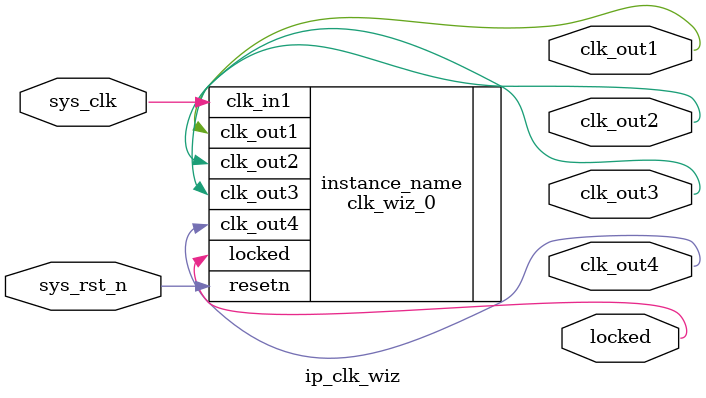
<source format=v>
`timescale 1ns / 1ps

module ip_clk_wiz(
    input sys_clk,
    input sys_rst_n,
    output  clk_out1,// 100mhz  K14
    output  clk_out2,// 100mhz 180ÏàÎ»    M15
    output  clk_out3,// 25mhz   J14
    output  clk_out4,// 75mhz   L16
    output locked    // k18
    );
    
clk_wiz_0 instance_name
   (
    // Clock out ports
    .clk_out1(clk_out1),     // output clk_out1
    .clk_out2(clk_out2),     // output clk_out2
    .clk_out3(clk_out3),     // output clk_out3
    .clk_out4(clk_out4),     // output clk_out4
    // Status and control signals
    .resetn(sys_rst_n), // input resetn
    .locked(locked),       // output locked
   // Clock in ports
    .clk_in1(sys_clk)
    );      // input clk_in1

endmodule

</source>
